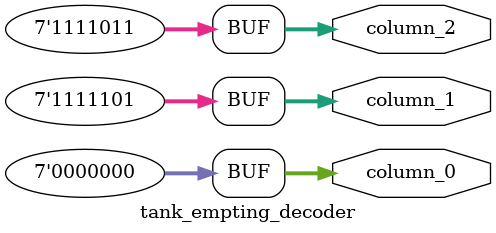
<source format=v>
module tank_empting_decoder (
    output [6:0] column_2, // 4 & 0
    output [6:0] column_1, // 3 & 1
    output [6:0] column_0  // 2
);

    assign column_2 = 7'b1111011;
    assign column_1 = 7'b1111101;
    assign column_0 = 7'b0000000;

endmodule
</source>
